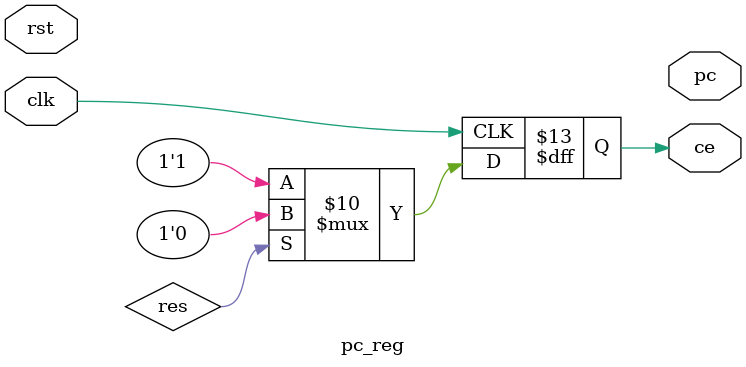
<source format=v>
module pc_reg(
    input   wire    clk,
    input   wire    rst,

    output  reg[5:0]    pc, 
    output  reg     ce
);
    always @ (posedge clk) begin
      if (res == 1'b1) begin
        ce <= 1'b0;
      end
      else begin
        ce <= 1'b1;
      end
    end

    always @ (posedge clk) begin
      if (ce == 1'b0) begin
        po <= 6'h00;
      end
      else begin
        po <= po + 1'b1;
      end
    end
endmodule
</source>
